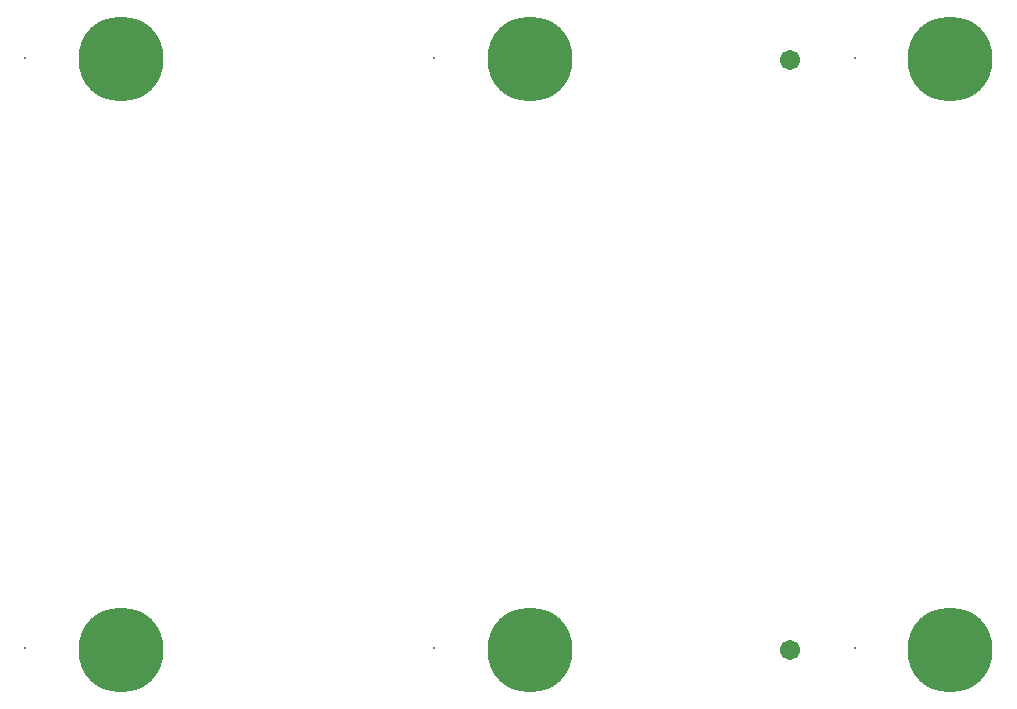
<source format=gts>
G04*
G04 #@! TF.GenerationSoftware,Altium Limited,Altium Designer,21.0.8 (223)*
G04*
G04 Layer_Color=8388736*
%FSLAX25Y25*%
%MOIN*%
G70*
G04*
G04 #@! TF.SameCoordinates,1038851D-6751-456F-ADCF-613883C18876*
G04*
G04*
G04 #@! TF.FilePolarity,Negative*
G04*
G01*
G75*
%ADD29C,0.00800*%
%ADD30C,0.28359*%
%ADD31C,0.06706*%
D29*
X137378Y204618D02*
D03*
X273598Y204618D02*
D03*
X413756Y204618D02*
D03*
X137378Y401469D02*
D03*
X273598Y401469D02*
D03*
X413756Y401469D02*
D03*
D30*
X169268Y204224D02*
D03*
X305488Y204224D02*
D03*
X445646Y204224D02*
D03*
X169268Y401075D02*
D03*
X305488Y401075D02*
D03*
X445646Y401075D02*
D03*
D31*
X392299Y204028D02*
D03*
Y400878D02*
D03*
M02*

</source>
